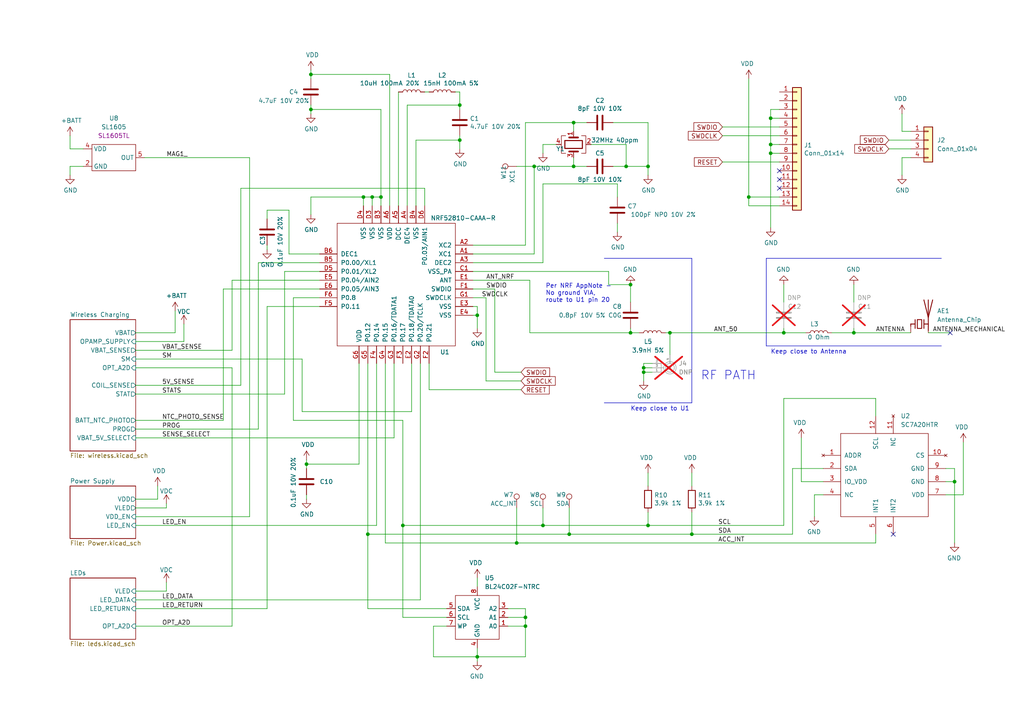
<source format=kicad_sch>
(kicad_sch (version 20250114) (generator "eeschema") (generator_version "9.0")
  (paper "A4")
  (title_block (title "Pixels D8V8 Schematic, Main") (date "2025-10-10") (rev "13") (company "Systemic Games, LLC") (comment 1 "Main MCU, Accelerometer and Radio"))
  (lib_symbols
    (symbol "Connector_Generic:Conn_01x04" (pin_names (offset 1.016) (hide yes))
      (property "Reference" "J" (at 0 5.08 0))
      (property "Value" "Conn_01x04" (at 0 -7.62 0))
      (symbol "Conn_01x04_1_1"
        (rectangle (start -1.27 3.81) (end 1.27 -6.35) (stroke (width 0.254)) (fill (type background)))
        (rectangle (start -1.27 2.667) (end 0 2.413) (stroke (width 0.1524)))
        (rectangle (start -1.27 0.127) (end 0 -0.127) (stroke (width 0.1524)))
        (rectangle (start -1.27 -2.413) (end 0 -2.667) (stroke (width 0.1524)))
        (rectangle (start -1.27 -4.953) (end 0 -5.207) (stroke (width 0.1524)))
        (pin passive line (at -5.08 2.54 0) (length 3.81) (name "Pin_1") (number "1"))
        (pin passive line (at -5.08 0 0) (length 3.81) (name "Pin_2") (number "2"))
        (pin passive line (at -5.08 -2.54 0) (length 3.81) (name "Pin_3") (number "3"))
        (pin passive line (at -5.08 -5.08 0) (length 3.81) (name "Pin_4") (number "4"))
      )
    )
    (symbol "Connector_Generic:Conn_01x14" (pin_names (offset 1.016) (hide yes))
      (property "Reference" "J" (at 0 17.78 0))
      (property "Value" "Conn_01x14" (at 0 -20.32 0))
      (symbol "Conn_01x14_1_1"
        (rectangle (start -1.27 16.51) (end 1.27 -19.05) (stroke (width 0.254)) (fill (type background)))
        (rectangle (start -1.27 15.367) (end 0 15.113) (stroke (width 0.1524)))
        (rectangle (start -1.27 12.827) (end 0 12.573) (stroke (width 0.1524)))
        (rectangle (start -1.27 10.287) (end 0 10.033) (stroke (width 0.1524)))
        (rectangle (start -1.27 7.747) (end 0 7.493) (stroke (width 0.1524)))
        (rectangle (start -1.27 5.207) (end 0 4.953) (stroke (width 0.1524)))
        (rectangle (start -1.27 2.667) (end 0 2.413) (stroke (width 0.1524)))
        (rectangle (start -1.27 0.127) (end 0 -0.127) (stroke (width 0.1524)))
        (rectangle (start -1.27 -2.413) (end 0 -2.667) (stroke (width 0.1524)))
        (rectangle (start -1.27 -4.953) (end 0 -5.207) (stroke (width 0.1524)))
        (rectangle (start -1.27 -7.493) (end 0 -7.747) (stroke (width 0.1524)))
        (rectangle (start -1.27 -10.033) (end 0 -10.287) (stroke (width 0.1524)))
        (rectangle (start -1.27 -12.573) (end 0 -12.827) (stroke (width 0.1524)))
        (rectangle (start -1.27 -15.113) (end 0 -15.367) (stroke (width 0.1524)))
        (rectangle (start -1.27 -17.653) (end 0 -17.907) (stroke (width 0.1524)))
        (pin passive line (at -5.08 15.24 0) (length 3.81) (name "Pin_1") (number "1"))
        (pin passive line (at -5.08 12.7 0) (length 3.81) (name "Pin_2") (number "2"))
        (pin passive line (at -5.08 10.16 0) (length 3.81) (name "Pin_3") (number "3"))
        (pin passive line (at -5.08 7.62 0) (length 3.81) (name "Pin_4") (number "4"))
        (pin passive line (at -5.08 5.08 0) (length 3.81) (name "Pin_5") (number "5"))
        (pin passive line (at -5.08 2.54 0) (length 3.81) (name "Pin_6") (number "6"))
        (pin passive line (at -5.08 0 0) (length 3.81) (name "Pin_7") (number "7"))
        (pin passive line (at -5.08 -2.54 0) (length 3.81) (name "Pin_8") (number "8"))
        (pin passive line (at -5.08 -5.08 0) (length 3.81) (name "Pin_9") (number "9"))
        (pin passive line (at -5.08 -7.62 0) (length 3.81) (name "Pin_10") (number "10"))
        (pin passive line (at -5.08 -10.16 0) (length 3.81) (name "Pin_11") (number "11"))
        (pin passive line (at -5.08 -12.7 0) (length 3.81) (name "Pin_12") (number "12"))
        (pin passive line (at -5.08 -15.24 0) (length 3.81) (name "Pin_13") (number "13"))
        (pin passive line (at -5.08 -17.78 0) (length 3.81) (name "Pin_14") (number "14"))
      )
    )
    (symbol "Device:Antenna_Chip" (pin_numbers (hide yes)) (pin_names (offset 1.016) (hide yes))
      (property "Reference" "AE" (at 0 5.08 0))
      (property "Value" "Antenna_Chip" (at 0 3.175 0))
      (symbol "Antenna_Chip_0_1"
        (polyline (pts (xy -2.54 0) (xy -2.54 -0.635)) (stroke (width 0.254)))
        (polyline (pts (xy -2.54 0) (xy -1.27 0)) (stroke (width 0.254)))
        (polyline (pts (xy -1.27 1.27) (xy -1.27 -1.27) (xy -1.27 0)) (stroke (width 0.254)))
        (polyline (pts (xy -0.635 1.27) (xy 0.635 1.27) (xy 0.635 -1.27) (xy -0.635 -1.27) (xy -0.635 1.27)) (stroke (width 0.254)))
        (polyline (pts (xy 1.27 1.27) (xy 1.27 -1.27)) (stroke (width 0.254)))
        (polyline (pts (xy 1.27 0) (xy 2.54 0)) (stroke (width 0.254)))
        (polyline (pts (xy 2.54 6.985) (xy 2.54 -1.905)) (stroke (width 0.254)))
        (polyline (pts (xy 2.54 -0.635) (xy 2.54 0)))
        (polyline (pts (xy 3.81 6.985) (xy 2.54 1.905) (xy 1.27 6.985)) (stroke (width 0.254)))
      )
      (symbol "Antenna_Chip_1_1"
        (pin input line (at -2.54 -2.54 90) (length 2.54) (name "FEED") (number "1"))
        (pin passive line (at 2.54 -2.54 90) (length 2.54) (name "PCB_Trace") (number "2"))
      )
    )
    (symbol "Device:C" (pin_numbers (hide yes)) (pin_names (offset 0.254))
      (property "Reference" "C" (at 0.635 2.54 0))
      (property "Value" "C" (at 0.635 -2.54 0))
      (symbol "C_0_1"
        (polyline (pts (xy -2.032 0.762) (xy 2.032 0.762)) (stroke (width 0.508)))
        (polyline (pts (xy -2.032 -0.762) (xy 2.032 -0.762)) (stroke (width 0.508)))
      )
      (symbol "C_1_1"
        (pin passive line (at 0 3.81 270) (length 2.794) (name "~") (number "1"))
        (pin passive line (at 0 -3.81 90) (length 2.794) (name "~") (number "2"))
      )
    )
    (symbol "Device:Crystal_GND24" (pin_names (offset 1.016) (hide yes))
      (property "Reference" "Y" (at 3.175 5.08 0))
      (property "Value" "Crystal_GND24" (at 3.175 3.175 0))
      (symbol "Crystal_GND24_0_1"
        (polyline (pts (xy -2.54 2.286) (xy -2.54 3.556) (xy 2.54 3.556) (xy 2.54 2.286)))
        (polyline (pts (xy -2.54 0) (xy -2.032 0)))
        (polyline (pts (xy -2.54 -2.286) (xy -2.54 -3.556) (xy 2.54 -3.556) (xy 2.54 -2.286)))
        (polyline (pts (xy -2.032 -1.27) (xy -2.032 1.27)) (stroke (width 0.508)))
        (rectangle (start -1.143 2.54) (end 1.143 -2.54) (stroke (width 0.3048)))
        (polyline (pts (xy 0 3.556) (xy 0 3.81)))
        (polyline (pts (xy 0 -3.81) (xy 0 -3.556)))
        (polyline (pts (xy 2.032 0) (xy 2.54 0)))
        (polyline (pts (xy 2.032 -1.27) (xy 2.032 1.27)) (stroke (width 0.508)))
      )
      (symbol "Crystal_GND24_1_1"
        (pin passive line (at -3.81 0 0) (length 1.27) (name "1") (number "1"))
        (pin passive line (at 0 5.08 270) (length 1.27) (name "2") (number "2"))
        (pin passive line (at 0 -5.08 90) (length 1.27) (name "4") (number "4"))
        (pin passive line (at 3.81 0 180) (length 1.27) (name "3") (number "3"))
      )
    )
    (symbol "Device:L" (pin_numbers (hide yes)) (pin_names (offset 1.016) (hide yes))
      (property "Reference" "L" (at -1.27 0 90))
      (property "Value" "L" (at 1.905 0 90))
      (symbol "L_0_1"
        (arc (start 0 2.54) (mid 0.6323 1.905) (end 0 1.27))
        (arc (start 0 1.27) (mid 0.6323 0.635) (end 0 0))
        (arc (start 0 0) (mid 0.6323 -0.635) (end 0 -1.27))
        (arc (start 0 -1.27) (mid 0.6323 -1.905) (end 0 -2.54))
      )
      (symbol "L_1_1"
        (pin passive line (at 0 3.81 270) (length 1.27) (name "1") (number "1"))
        (pin passive line (at 0 -3.81 90) (length 1.27) (name "2") (number "2"))
      )
    )
    (symbol "Device:R" (pin_numbers (hide yes)) (pin_names (offset 0))
      (property "Reference" "R" (at 2.032 0 90))
      (property "Value" "R" (at 0 0 90))
      (symbol "R_0_1"
        (rectangle (start -1.016 -2.54) (end 1.016 2.54) (stroke (width 0.254)))
      )
      (symbol "R_1_1"
        (pin passive line (at 0 3.81 270) (length 1.27) (name "~") (number "1"))
        (pin passive line (at 0 -3.81 90) (length 1.27) (name "~") (number "2"))
      )
    )
    (symbol "Pixels-dice:BL24C02F-NTRC"
      (property "Reference" "U" (at 2.286 -11.176 0))
      (property "Value" "BL24C02F-NTRC" (at 9.398 -9.144 0))
      (symbol "BL24C02F-NTRC_0_1"
        (rectangle (start -6.35 6.35) (end 6.35 -6.35))
      )
      (symbol "BL24C02F-NTRC_1_1"
        (pin bidirectional line (at -8.89 2.54 0) (length 2.54) (name "SDA") (number "5"))
        (pin input line (at -8.89 0 0) (length 2.54) (name "SCL") (number "6"))
        (pin input line (at -8.89 -2.54 0) (length 2.54) (name "WP") (number "7"))
        (pin power_in line (at 0 8.89 270) (length 2.54) (name "VCC") (number "8"))
        (pin power_in line (at 0 -8.89 90) (length 2.54) (name "GND") (number "4"))
        (pin input line (at 8.89 2.54 180) (length 2.54) (name "A2") (number "3"))
        (pin input line (at 8.89 0 180) (length 2.54) (name "A1") (number "2"))
        (pin input line (at 8.89 -2.54 180) (length 2.54) (name "A0") (number "1"))
      )
    )
    (symbol "Pixels-dice:NRF52811-CAAA-R" (pin_names (offset 1.016))
      (property "Reference" "U" (at 13.97 -19.05 0))
      (property "Value" "NRF52811-CAAA-R" (at -7.62 11.43 0))
      (symbol "NRF52811-CAAA-R_0_1"
        (rectangle (start -17.78 17.78) (end 16.51 -17.78))
      )
      (symbol "NRF52811-CAAA-R_1_1"
        (pin power_out line (at -22.86 8.89 0) (length 5.08) (name "DEC1") (number "B6"))
        (pin bidirectional line (at -22.86 6.35 0) (length 5.08) (name "P0.00/XL1") (number "B5"))
        (pin bidirectional line (at -22.86 3.81 0) (length 5.08) (name "P0.01/XL2") (number "D5"))
        (pin bidirectional line (at -22.86 1.27 0) (length 5.08) (name "P0.04/AIN2") (number "E5"))
        (pin bidirectional line (at -22.86 -1.27 0) (length 5.08) (name "P0.05/AIN3") (number "E6"))
        (pin bidirectional line (at -22.86 -3.81 0) (length 5.08) (name "P0.8") (number "F6"))
        (pin bidirectional line (at -22.86 -6.35 0) (length 5.08) (name "P0.11") (number "F5"))
        (pin power_in line (at -11.43 -22.86 90) (length 5.08) (name "VDD") (number "G6"))
        (pin power_in line (at -10.16 22.86 270) (length 5.08) (name "VSS") (number "D4"))
        (pin bidirectional line (at -8.89 -22.86 90) (length 5.08) (name "P0.12") (number "G5"))
        (pin power_in line (at -7.62 22.86 270) (length 5.08) (name "VSS") (number "D3"))
        (pin bidirectional line (at -6.35 -22.86 90) (length 5.08) (name "P0.14") (number "F4"))
        (pin power_in line (at -5.08 22.86 270) (length 5.08) (name "VSS") (number "B3"))
        (pin bidirectional line (at -3.81 -22.86 90) (length 5.08) (name "P0.15") (number "G4"))
        (pin power_in line (at -2.54 22.86 270) (length 5.08) (name "VDD") (number "A6"))
        (pin bidirectional line (at -1.27 -22.86 90) (length 5.08) (name "P0.16/TDATA1") (number "G3"))
        (pin output line (at 0 22.86 270) (length 5.08) (name "DCC") (number "A5"))
        (pin bidirectional line (at 1.27 -22.86 90) (length 5.08) (name "P0.17") (number "F3"))
        (pin output line (at 2.54 22.86 270) (length 5.08) (name "DEC4") (number "A4"))
        (pin bidirectional line (at 3.81 -22.86 90) (length 5.08) (name "P0.18/TDATA0") (number "E2"))
        (pin output line (at 5.08 22.86 270) (length 5.08) (name "VSS") (number "B4"))
        (pin bidirectional line (at 6.35 -22.86 90) (length 5.08) (name "P0.20/TCLK") (number "G2"))
        (pin bidirectional line (at 7.62 22.86 270) (length 5.08) (name "P0.03/AIN1") (number "D6"))
        (pin bidirectional line (at 8.89 -22.86 90) (length 5.08) (name "P0.21") (number "F2"))
        (pin input line (at 21.59 11.43 180) (length 5.08) (name "XC2") (number "A2"))
        (pin output line (at 21.59 8.89 180) (length 5.08) (name "XC1") (number "A1"))
        (pin output line (at 21.59 6.35 180) (length 5.08) (name "DEC2") (number "A3"))
        (pin power_in line (at 21.59 3.81 180) (length 5.08) (name "VSS_PA") (number "C1"))
        (pin output line (at 21.59 1.27 180) (length 5.08) (name "ANT") (number "E1"))
        (pin bidirectional line (at 21.59 -1.27 180) (length 5.08) (name "SWDIO") (number "F1"))
        (pin bidirectional line (at 21.59 -3.81 180) (length 5.08) (name "SWDCLK") (number "G1"))
        (pin power_in line (at 21.59 -6.35 180) (length 5.08) (name "VSS") (number "E3"))
        (pin power_in line (at 21.59 -8.89 180) (length 5.08) (name "VSS") (number "E4"))
      )
    )
    (symbol "Pixels-dice:SC7A20HTR" (pin_names (offset 1.016))
      (property "Reference" "U" (at 10.16 -12.7 0))
      (property "Value" "SC7A20HTR" (at 8.89 13.97 0))
      (symbol "SC7A20HTR_0_1"
        (rectangle (start -12.7 12.7) (end 12.7 -11.43))
      )
      (symbol "SC7A20HTR_1_1"
        (pin no_connect line (at -17.78 6.35 0) (length 5.08) (name "ADDR") (number "1"))
        (pin bidirectional line (at -17.78 2.54 0) (length 5.08) (name "SDA") (number "2"))
        (pin power_in line (at -17.78 -1.27 0) (length 5.08) (name "IO_VDD") (number "3"))
        (pin input line (at -17.78 -5.08 0) (length 5.08) (name "NC") (number "4"))
        (pin input line (at -2.54 17.78 270) (length 5.08) (name "SCL") (number "12"))
        (pin output line (at -2.54 -16.51 90) (length 5.08) (name "INT1") (number "5"))
        (pin no_connect line (at 2.54 17.78 270) (length 5.08) (name "NC") (number "11"))
        (pin output line (at 2.54 -16.51 90) (length 5.08) (name "INT2") (number "6"))
        (pin no_connect line (at 17.78 6.35 180) (length 5.08) (name "CS") (number "10"))
        (pin power_in line (at 17.78 2.54 180) (length 5.08) (name "GND") (number "9"))
        (pin power_in line (at 17.78 -1.27 180) (length 5.08) (name "GND") (number "8"))
        (pin power_in line (at 17.78 -5.08 180) (length 5.08) (name "VDD") (number "7"))
      )
    )
    (symbol "Pixels-dice:SL1605"
      (property "Reference" "U" (at 4.064 -5.08 0))
      (property "Value" "SL1605" (at 0 5.588 0))
      (symbol "SL1605_0_1"
        (rectangle (start -6.35 3.81) (end 6.35 -3.81))
      )
      (symbol "SL1605_1_1"
        (pin power_in line (at -8.89 2.54 0) (length 2.54) (name "VDD") (number "4"))
        (pin power_in line (at -8.89 -2.54 0) (length 2.54) (name "GND") (number "2"))
        (pin output line (at 8.89 0 180) (length 2.54) (name "OUT") (number "5"))
      )
    )
    (symbol "Pixels-dice:TEST_1P-conn" (pin_numbers (hide yes)) (pin_names (offset 0.762) (hide yes))
      (property "Reference" "W" (at 0 6.858 0))
      (property "Value" "TEST_1P-conn" (at 0 5.08 0))
      (symbol "TEST_1P-conn_0_1"
        (circle (center 0 3.302) (radius 0.762))
      )
      (symbol "TEST_1P-conn_1_1"
        (pin passive line (at 0 0 90) (length 2.54) (name "1") (number "1"))
      )
    )
    (symbol "Pixels-dice:W.FL"
      (property "Reference" "J" (at 3.81 -1.27 0))
      (property "Value" "W.FL" (at 4.445 1.27 0))
      (symbol "W.FL_0_1"
        (polyline (pts (xy -1.27 -2.54) (xy 1.27 -2.54)))
        (circle (center 0 0) (radius 1.27))
        (circle (center 0 0) (radius 1.7961))
        (polyline (pts (xy 0 -2.54) (xy 0 -1.905)))
      )
      (symbol "W.FL_1_1"
        (pin passive line (at -3.81 0 0) (length 2.54) (name "RF") (number "4"))
        (pin passive line (at -1.27 -5.08 90) (length 2.54) (name "") (number "2"))
        (pin passive line (at 0 -5.08 90) (length 2.54) (name "") (number "3"))
        (pin passive line (at 1.27 -5.08 90) (length 2.54) (name "") (number "1"))
      )
    )
    (symbol "power:+BATT" (power) (pin_names (offset 0))
      (property "Value" "+BATT" (at 0 3.556 0))
      (symbol "+BATT_0_1"
        (polyline (pts (xy -0.762 1.27) (xy 0 2.54)))
        (polyline (pts (xy 0 2.54) (xy 0.762 1.27)))
        (polyline (pts (xy 0 0) (xy 0 2.54)))
      )
      (symbol "+BATT_1_1"
        (pin power_in line (at 0 0 90) (length 0) (hide yes) (name "+BATT") (number "1"))
      )
    )
    (symbol "power:GND" (power) (pin_names (offset 0))
      (property "Value" "GND" (at 0 -3.81 0))
      (symbol "GND_0_1"
        (polyline (pts (xy 0 0) (xy 0 -1.27) (xy 1.27 -1.27) (xy 0 -2.54) (xy -1.27 -1.27) (xy 0 -1.27)))
      )
      (symbol "GND_1_1"
        (pin power_in line (at 0 0 270) (length 0) (hide yes) (name "GND") (number "1"))
      )
    )
    (symbol "power:VDC" (power) (pin_names (offset 0))
      (property "Value" "VDC" (at 0 6.35 0))
      (symbol "VDC_0_1"
        (polyline (pts (xy -0.762 1.27) (xy 0 2.54)))
        (polyline (pts (xy 0 2.54) (xy 0.762 1.27)))
        (polyline (pts (xy 0 0) (xy 0 2.54)))
      )
      (symbol "VDC_1_1"
        (pin power_in line (at 0 0 90) (length 0) (hide yes) (name "VDC") (number "1"))
      )
    )
    (symbol "power:VDD" (power) (pin_names (offset 0))
      (property "Value" "VDD" (at 0 3.81 0))
      (symbol "VDD_0_1"
        (polyline (pts (xy -0.762 1.27) (xy 0 2.54)))
        (polyline (pts (xy 0 2.54) (xy 0.762 1.27)))
        (polyline (pts (xy 0 0) (xy 0 2.54)))
      )
      (symbol "VDD_1_1"
        (pin power_in line (at 0 0 90) (length 0) (hide yes) (name "VDD") (number "1"))
      )
    )
  )
  (text "Per NRF AppNote -\nNo ground VIA,\nroute to U1 pin 20" (at 158.242 87.884 0) (effects (font (size 1.27 1.27)) (justify left bottom)))
  (text "RF PATH" (at 203.2 110.49 0) (effects (font (size 2.54 2.54)) (justify left bottom)))
  (text "Keep close to Antenna" (at 223.52 102.87 0) (effects (font (size 1.27 1.27)) (justify left bottom)))
  (text "Keep close to U1" (at 182.88 119.38 0) (effects (font (size 1.27 1.27)) (justify left bottom)))
  (junction (at 138.43 190.5))
  (junction (at 181.61 48.26))
  (junction (at 138.43 91.44))
  (junction (at 116.84 152.4))
  (junction (at 194.31 96.52))
  (junction (at 187.96 152.4))
  (junction (at 166.37 48.26))
  (junction (at 223.52 41.91))
  (junction (at 149.86 157.48))
  (junction (at 165.1 154.94))
  (junction (at 200.66 154.94))
  (junction (at 182.88 96.52))
  (junction (at 227.33 96.52))
  (junction (at 133.35 30.48))
  (junction (at 152.4 181.61))
  (junction (at 90.17 21.59))
  (junction (at 223.52 34.29))
  (junction (at 133.35 40.64))
  (junction (at 88.9 134.62))
  (junction (at 247.65 96.52))
  (junction (at 187.96 48.26))
  (junction (at 217.17 57.15))
  (junction (at 157.48 152.4))
  (junction (at 90.17 31.75))
  (junction (at 110.49 57.15))
  (junction (at 107.95 57.15))
  (junction (at 106.68 154.94))
  (junction (at 152.4 179.07))
  (junction (at 223.52 44.45))
  (junction (at 186.69 107.95))
  (junction (at 276.86 139.7))
  (junction (at 154.94 48.26))
  (junction (at 166.37 35.56))
  (junction (at 105.41 57.15))
  (junction (at 182.88 82.55))
  (junction (at 186.69 106.68))
  (no_connect (at 275.59 96.52))
  (no_connect (at 226.06 49.53))
  (no_connect (at 259.08 154.94))
  (no_connect (at 226.06 52.07))
  (no_connect (at 226.06 54.61))
  (wire (pts (xy 110.49 31.75) (xy 90.17 31.75)))
  (wire (pts (xy 125.73 190.5) (xy 138.43 190.5)))
  (wire (pts (xy 209.55 46.99) (xy 226.06 46.99)))
  (wire (pts (xy 149.86 147.32) (xy 149.86 157.48)))
  (wire (pts (xy 181.61 41.91) (xy 181.61 48.26)))
  (wire (pts (xy 149.86 48.26) (xy 154.94 48.26)))
  (wire (pts (xy 154.94 73.66) (xy 154.94 48.26)))
  (wire (pts (xy 90.17 20.32) (xy 90.17 21.59)))
  (wire (pts (xy 67.31 106.68) (xy 67.31 181.61)))
  (wire (pts (xy 48.26 146.05) (xy 48.26 147.32)))
  (wire (pts (xy 152.4 181.61) (xy 152.4 190.5)))
  (wire (pts (xy 67.31 181.61) (xy 39.37 181.61)))
  (wire (pts (xy 177.8 48.26) (xy 181.61 48.26)))
  (wire (pts (xy 140.97 110.49) (xy 151.13 110.49)))
  (wire (pts (xy 39.37 104.14) (xy 87.63 104.14)))
  (wire (pts (xy 223.52 31.75) (xy 223.52 34.29)))
  (polyline (pts (xy 222.25 74.93) (xy 222.25 100.33)))
  (wire (pts (xy 137.16 71.12) (xy 152.4 71.12)))
  (wire (pts (xy 111.76 157.48) (xy 111.76 105.41)))
  (wire (pts (xy 187.96 35.56) (xy 187.96 48.26)))
  (wire (pts (xy 39.37 173.99) (xy 121.92 173.99)))
  (wire (pts (xy 120.65 40.64) (xy 133.35 40.64)))
  (wire (pts (xy 166.37 35.56) (xy 170.18 35.56)))
  (wire (pts (xy 217.17 57.15) (xy 217.17 59.69)))
  (wire (pts (xy 189.23 106.68) (xy 186.69 106.68)))
  (wire (pts (xy 87.63 119.38) (xy 119.38 119.38)))
  (wire (pts (xy 226.06 57.15) (xy 217.17 57.15)))
  (wire (pts (xy 90.17 57.15) (xy 105.41 57.15)))
  (wire (pts (xy 39.37 114.3) (xy 82.55 114.3)))
  (polyline (pts (xy 222.25 100.33) (xy 273.05 100.33)))
  (wire (pts (xy 137.16 81.28) (xy 153.67 81.28)))
  (wire (pts (xy 39.37 147.32) (xy 48.26 147.32)))
  (wire (pts (xy 152.4 179.07) (xy 152.4 181.61)))
  (wire (pts (xy 116.84 152.4) (xy 116.84 179.07)))
  (wire (pts (xy 186.69 105.41) (xy 186.69 106.68)))
  (wire (pts (xy 226.06 44.45) (xy 223.52 44.45)))
  (wire (pts (xy 133.35 39.37) (xy 133.35 40.64)))
  (wire (pts (xy 39.37 111.76) (xy 69.85 111.76)))
  (wire (pts (xy 39.37 171.45) (xy 48.26 171.45)))
  (wire (pts (xy 88.9 134.62) (xy 88.9 135.89)))
  (wire (pts (xy 182.88 95.25) (xy 182.88 96.52)))
  (wire (pts (xy 137.16 78.74) (xy 176.53 78.74)))
  (wire (pts (xy 88.9 134.62) (xy 104.14 134.62)))
  (wire (pts (xy 149.86 157.48) (xy 254 157.48)))
  (wire (pts (xy 124.46 113.03) (xy 151.13 113.03)))
  (wire (pts (xy 39.37 127) (xy 114.3 127)))
  (wire (pts (xy 39.37 149.86) (xy 72.39 149.86)))
  (wire (pts (xy 152.4 71.12) (xy 152.4 35.56)))
  (wire (pts (xy 53.34 93.98) (xy 53.34 99.06)))
  (wire (pts (xy 82.55 114.3) (xy 82.55 78.74)))
  (wire (pts (xy 137.16 83.82) (xy 143.51 83.82)))
  (wire (pts (xy 226.06 34.29) (xy 223.52 34.29)))
  (wire (pts (xy 133.35 40.64) (xy 133.35 43.18)))
  (wire (pts (xy 105.41 57.15) (xy 107.95 57.15)))
  (wire (pts (xy 153.67 96.52) (xy 182.88 96.52)))
  (wire (pts (xy 39.37 106.68) (xy 67.31 106.68)))
  (wire (pts (xy 254 115.57) (xy 227.33 115.57)))
  (wire (pts (xy 138.43 88.9) (xy 138.43 91.44)))
  (wire (pts (xy 88.9 134.62) (xy 88.9 133.35)))
  (wire (pts (xy 189.23 107.95) (xy 186.69 107.95)))
  (wire (pts (xy 143.51 107.95) (xy 151.13 107.95)))
  (wire (pts (xy 254 120.65) (xy 254 115.57)))
  (wire (pts (xy 147.32 176.53) (xy 152.4 176.53)))
  (wire (pts (xy 161.29 41.91) (xy 157.48 41.91)))
  (wire (pts (xy 257.81 43.18) (xy 264.16 43.18)))
  (wire (pts (xy 176.53 82.55) (xy 182.88 82.55)))
  (wire (pts (xy 90.17 21.59) (xy 90.17 22.86)))
  (wire (pts (xy 41.91 45.72) (xy 72.39 45.72)))
  (wire (pts (xy 236.22 143.51) (xy 236.22 149.86)))
  (wire (pts (xy 133.35 30.48) (xy 133.35 31.75)))
  (wire (pts (xy 138.43 91.44) (xy 138.43 95.25)))
  (wire (pts (xy 45.72 144.78) (xy 45.72 140.97)))
  (wire (pts (xy 186.69 106.68) (xy 186.69 107.95)))
  (wire (pts (xy 274.32 139.7) (xy 276.86 139.7)))
  (wire (pts (xy 194.31 96.52) (xy 194.31 102.87)))
  (wire (pts (xy 209.55 39.37) (xy 226.06 39.37)))
  (wire (pts (xy 152.4 190.5) (xy 138.43 190.5)))
  (wire (pts (xy 125.73 181.61) (xy 125.73 190.5)))
  (wire (pts (xy 74.93 124.46) (xy 74.93 76.2)))
  (wire (pts (xy 132.08 26.67) (xy 133.35 26.67)))
  (wire (pts (xy 133.35 30.48) (xy 118.11 30.48)))
  (wire (pts (xy 165.1 154.94) (xy 200.66 154.94)))
  (wire (pts (xy 67.31 101.6) (xy 67.31 81.28)))
  (wire (pts (xy 114.3 127) (xy 114.3 105.41)))
  (wire (pts (xy 193.04 96.52) (xy 194.31 96.52)))
  (wire (pts (xy 177.8 35.56) (xy 187.96 35.56)))
  (wire (pts (xy 200.66 148.59) (xy 200.66 154.94)))
  (wire (pts (xy 69.85 54.61) (xy 123.19 54.61)))
  (wire (pts (xy 20.32 39.37) (xy 20.32 43.18)))
  (wire (pts (xy 39.37 124.46) (xy 74.93 124.46)))
  (wire (pts (xy 137.16 91.44) (xy 138.43 91.44)))
  (polyline (pts (xy 175.26 116.84) (xy 200.66 116.84)))
  (wire (pts (xy 137.16 76.2) (xy 157.48 76.2)))
  (wire (pts (xy 111.76 157.48) (xy 149.86 157.48)))
  (wire (pts (xy 82.55 78.74) (xy 92.71 78.74)))
  (wire (pts (xy 152.4 176.53) (xy 152.4 179.07)))
  (wire (pts (xy 279.4 143.51) (xy 274.32 143.51)))
  (wire (pts (xy 154.94 48.26) (xy 166.37 48.26)))
  (wire (pts (xy 107.95 57.15) (xy 110.49 57.15)))
  (wire (pts (xy 247.65 82.55) (xy 247.65 87.63)))
  (wire (pts (xy 39.37 99.06) (xy 53.34 99.06)))
  (wire (pts (xy 116.84 121.92) (xy 116.84 152.4)))
  (wire (pts (xy 90.17 57.15) (xy 90.17 62.23)))
  (wire (pts (xy 187.96 148.59) (xy 187.96 152.4)))
  (wire (pts (xy 147.32 181.61) (xy 152.4 181.61)))
  (wire (pts (xy 209.55 36.83) (xy 226.06 36.83)))
  (wire (pts (xy 227.33 96.52) (xy 233.68 96.52)))
  (wire (pts (xy 72.39 149.86) (xy 72.39 45.72)))
  (wire (pts (xy 194.31 96.52) (xy 227.33 96.52)))
  (wire (pts (xy 238.76 135.89) (xy 229.87 135.89)))
  (wire (pts (xy 254 154.94) (xy 254 157.48)))
  (wire (pts (xy 107.95 57.15) (xy 107.95 59.69)))
  (wire (pts (xy 138.43 167.64) (xy 138.43 170.18)))
  (polyline (pts (xy 200.66 74.93) (xy 200.66 116.84)))
  (wire (pts (xy 110.49 59.69) (xy 110.49 57.15)))
  (wire (pts (xy 166.37 48.26) (xy 170.18 48.26)))
  (wire (pts (xy 123.19 54.61) (xy 123.19 59.69)))
  (wire (pts (xy 24.13 48.26) (xy 20.32 48.26)))
  (wire (pts (xy 179.07 53.34) (xy 179.07 57.15)))
  (wire (pts (xy 176.53 78.74) (xy 176.53 82.55)))
  (wire (pts (xy 261.62 33.02) (xy 261.62 38.1)))
  (wire (pts (xy 109.22 152.4) (xy 109.22 105.41)))
  (wire (pts (xy 88.9 143.51) (xy 88.9 144.78)))
  (wire (pts (xy 90.17 31.75) (xy 90.17 33.02)))
  (wire (pts (xy 85.09 121.92) (xy 116.84 121.92)))
  (wire (pts (xy 200.66 137.16) (xy 200.66 140.97)))
  (wire (pts (xy 157.48 152.4) (xy 187.96 152.4)))
  (wire (pts (xy 138.43 190.5) (xy 138.43 191.77)))
  (wire (pts (xy 137.16 73.66) (xy 154.94 73.66)))
  (wire (pts (xy 152.4 35.56) (xy 166.37 35.56)))
  (wire (pts (xy 106.68 154.94) (xy 106.68 105.41)))
  (wire (pts (xy 85.09 86.36) (xy 92.71 86.36)))
  (wire (pts (xy 39.37 144.78) (xy 45.72 144.78)))
  (wire (pts (xy 20.32 48.26) (xy 20.32 50.8)))
  (wire (pts (xy 120.65 59.69) (xy 120.65 40.64)))
  (wire (pts (xy 186.69 107.95) (xy 186.69 110.49)))
  (wire (pts (xy 39.37 121.92) (xy 64.77 121.92)))
  (wire (pts (xy 133.35 26.67) (xy 133.35 30.48)))
  (wire (pts (xy 200.66 154.94) (xy 229.87 154.94)))
  (wire (pts (xy 64.77 83.82) (xy 92.71 83.82)))
  (wire (pts (xy 241.3 96.52) (xy 247.65 96.52)))
  (wire (pts (xy 238.76 143.51) (xy 236.22 143.51)))
  (wire (pts (xy 217.17 22.86) (xy 217.17 57.15)))
  (wire (pts (xy 238.76 139.7) (xy 232.41 139.7)))
  (wire (pts (xy 85.09 86.36) (xy 85.09 121.92)))
  (wire (pts (xy 121.92 105.41) (xy 121.92 173.99)))
  (wire (pts (xy 276.86 139.7) (xy 276.86 157.48)))
  (wire (pts (xy 92.71 73.66) (xy 83.82 73.66)))
  (wire (pts (xy 227.33 82.55) (xy 227.33 87.63)))
  (wire (pts (xy 119.38 119.38) (xy 119.38 105.41)))
  (wire (pts (xy 232.41 127) (xy 232.41 139.7)))
  (wire (pts (xy 113.03 21.59) (xy 90.17 21.59)))
  (wire (pts (xy 261.62 38.1) (xy 264.16 38.1)))
  (wire (pts (xy 140.97 86.36) (xy 140.97 110.49)))
  (wire (pts (xy 110.49 31.75) (xy 110.49 57.15)))
  (wire (pts (xy 223.52 44.45) (xy 223.52 66.04)))
  (wire (pts (xy 171.45 41.91) (xy 181.61 41.91)))
  (polyline (pts (xy 175.26 74.93) (xy 200.66 74.93)))
  (wire (pts (xy 229.87 135.89) (xy 229.87 154.94)))
  (wire (pts (xy 276.86 135.89) (xy 276.86 139.7)))
  (wire (pts (xy 106.68 154.94) (xy 106.68 176.53)))
  (wire (pts (xy 226.06 41.91) (xy 223.52 41.91)))
  (wire (pts (xy 124.46 113.03) (xy 124.46 105.41)))
  (wire (pts (xy 105.41 57.15) (xy 105.41 59.69)))
  (wire (pts (xy 153.67 81.28) (xy 153.67 96.52)))
  (polyline (pts (xy 222.25 74.93) (xy 273.05 74.93)))
  (wire (pts (xy 137.16 86.36) (xy 140.97 86.36)))
  (wire (pts (xy 165.1 147.32) (xy 165.1 154.94)))
  (wire (pts (xy 274.32 135.89) (xy 276.86 135.89)))
  (wire (pts (xy 77.47 71.12) (xy 77.47 72.39)))
  (wire (pts (xy 106.68 176.53) (xy 129.54 176.53)))
  (wire (pts (xy 115.57 26.67) (xy 115.57 59.69)))
  (wire (pts (xy 223.52 41.91) (xy 223.52 44.45)))
  (wire (pts (xy 138.43 187.96) (xy 138.43 190.5)))
  (wire (pts (xy 157.48 147.32) (xy 157.48 152.4)))
  (wire (pts (xy 83.82 60.96) (xy 77.47 60.96)))
  (wire (pts (xy 39.37 176.53) (xy 77.47 176.53)))
  (wire (pts (xy 116.84 152.4) (xy 157.48 152.4)))
  (wire (pts (xy 187.96 137.16) (xy 187.96 140.97)))
  (wire (pts (xy 261.62 45.72) (xy 261.62 50.8)))
  (wire (pts (xy 64.77 83.82) (xy 64.77 121.92)))
  (wire (pts (xy 143.51 83.82) (xy 143.51 107.95)))
  (wire (pts (xy 87.63 119.38) (xy 87.63 104.14)))
  (wire (pts (xy 129.54 179.07) (xy 116.84 179.07)))
  (wire (pts (xy 90.17 30.48) (xy 90.17 31.75)))
  (wire (pts (xy 279.4 128.27) (xy 279.4 143.51)))
  (wire (pts (xy 157.48 53.34) (xy 157.48 76.2)))
  (wire (pts (xy 20.32 43.18) (xy 24.13 43.18)))
  (wire (pts (xy 118.11 30.48) (xy 118.11 59.69)))
  (wire (pts (xy 181.61 48.26) (xy 187.96 48.26)))
  (wire (pts (xy 247.65 96.52) (xy 264.16 96.52)))
  (wire (pts (xy 147.32 179.07) (xy 152.4 179.07)))
  (wire (pts (xy 39.37 152.4) (xy 109.22 152.4)))
  (wire (pts (xy 223.52 31.75) (xy 226.06 31.75)))
  (wire (pts (xy 137.16 88.9) (xy 138.43 88.9)))
  (wire (pts (xy 67.31 81.28) (xy 92.71 81.28)))
  (wire (pts (xy 39.37 96.52) (xy 50.8 96.52)))
  (wire (pts (xy 187.96 152.4) (xy 227.33 152.4)))
  (wire (pts (xy 179.07 64.77) (xy 179.07 67.31)))
  (wire (pts (xy 223.52 34.29) (xy 223.52 41.91)))
  (wire (pts (xy 157.48 41.91) (xy 157.48 44.45)))
  (wire (pts (xy 182.88 82.55) (xy 182.88 87.63)))
  (wire (pts (xy 123.19 26.67) (xy 124.46 26.67)))
  (wire (pts (xy 261.62 45.72) (xy 264.16 45.72)))
  (wire (pts (xy 187.96 48.26) (xy 187.96 50.8)))
  (wire (pts (xy 166.37 45.72) (xy 166.37 48.26)))
  (wire (pts (xy 166.37 38.1) (xy 166.37 35.56)))
  (wire (pts (xy 77.47 88.9) (xy 77.47 176.53)))
  (wire (pts (xy 179.07 53.34) (xy 157.48 53.34)))
  (wire (pts (xy 247.65 95.25) (xy 247.65 96.52)))
  (wire (pts (xy 269.24 96.52) (xy 275.59 96.52)))
  (wire (pts (xy 83.82 60.96) (xy 83.82 73.66)))
  (wire (pts (xy 182.88 96.52) (xy 185.42 96.52)))
  (wire (pts (xy 77.47 60.96) (xy 77.47 63.5)))
  (wire (pts (xy 48.26 168.91) (xy 48.26 171.45)))
  (wire (pts (xy 113.03 21.59) (xy 113.03 59.69)))
  (wire (pts (xy 129.54 181.61) (xy 125.73 181.61)))
  (wire (pts (xy 227.33 115.57) (xy 227.33 152.4)))
  (wire (pts (xy 189.23 105.41) (xy 186.69 105.41)))
  (wire (pts (xy 106.68 154.94) (xy 165.1 154.94)))
  (wire (pts (xy 217.17 59.69) (xy 226.06 59.69)))
  (wire (pts (xy 92.71 88.9) (xy 77.47 88.9)))
  (wire (pts (xy 69.85 54.61) (xy 69.85 111.76)))
  (wire (pts (xy 104.14 105.41) (xy 104.14 134.62)))
  (wire (pts (xy 50.8 90.17) (xy 50.8 96.52)))
  (wire (pts (xy 257.81 40.64) (xy 264.16 40.64)))
  (wire (pts (xy 74.93 76.2) (xy 92.71 76.2)))
  (wire (pts (xy 227.33 95.25) (xy 227.33 96.52)))
  (wire (pts (xy 39.37 101.6) (xy 67.31 101.6)))
  (label "ANTENNA_MECHANICAL" (at 270.51 96.52 0))
  (label "PROG" (at 46.99 124.46 0))
  (label "ACC_INT" (at 208.28 157.48 0))
  (label "ANT_50" (at 207.01 96.52 0))
  (label "SWDCLK" (at 139.7 86.36 0))
  (label "VBAT_SENSE" (at 46.99 101.6 0))
  (label "SENSE_SELECT" (at 46.99 127 0))
  (label "5V_SENSE" (at 46.99 111.76 0))
  (label "NTC_PHOTO_SENSE" (at 46.99 121.92 0))
  (label "ANT_NRF" (at 140.97 81.28 0))
  (label "SDA" (at 208.28 154.94 0))
  (label "SM" (at 46.99 104.14 0))
  (label "LED_EN" (at 46.99 152.4 0))
  (label "ANTENNA" (at 254 96.52 0))
  (label "SWDIO" (at 140.97 83.82 0))
  (label "MAG1_" (at 48.26 45.72 0))
  (label "LED_RETURN" (at 46.99 176.53 0))
  (label "LED_DATA" (at 46.99 173.99 0))
  (label "SCL" (at 208.28 152.4 0))
  (label "OPT_A2D" (at 46.99 181.61 0))
  (label "STATS" (at 46.99 114.3 0))
  (global_label "SWDCLK" (shape input) (at 257.81 43.18 180) (property "Intersheetrefs" "${INTERSHEET_REFS}" (effects (hide yes))))
  (global_label "SWDIO" (shape input) (at 151.13 107.95 0) (property "Intersheetrefs" "${INTERSHEET_REFS}" (effects (hide yes))))
  (global_label "SWDCLK" (shape input) (at 209.55 39.37 180) (property "Intersheetrefs" "${INTERSHEET_REFS}" (effects (hide yes))))
  (global_label "RESET" (shape input) (at 209.55 46.99 180) (property "Intersheetrefs" "${INTERSHEET_REFS}" (effects (hide yes))))
  (global_label "SWDCLK" (shape input) (at 151.13 110.49 0) (property "Intersheetrefs" "${INTERSHEET_REFS}" (effects (hide yes))))
  (global_label "RESET" (shape input) (at 151.13 113.03 0) (property "Intersheetrefs" "${INTERSHEET_REFS}" (effects (hide yes))))
  (global_label "SWDIO" (shape input) (at 209.55 36.83 180) (property "Intersheetrefs" "${INTERSHEET_REFS}" (effects (hide yes))))
  (global_label "SWDIO" (shape input) (at 257.81 40.64 180) (property "Intersheetrefs" "${INTERSHEET_REFS}" (effects (hide yes))))
  (symbol (lib_id "power:GND") (at 88.9 144.78 0) (unit 1)
    (property "Reference" "#PWR016" (effects (hide yes)))
    (property "Value" "GND" (at 89.027 149.1742 0))
  )
  (symbol (lib_id "power:VDD") (at 88.9 133.35 0) (unit 1)
    (property "Reference" "#PWR014" (effects (hide yes)))
    (property "Value" "VDD" (at 89.3318 128.9558 0))
  )
  (symbol (lib_id "Device:C") (at 88.9 139.7 0) (unit 1)
    (property "Reference" "C10" (at 92.71 139.7 0) (effects (justify left)))
    (property "Value" "0.1uF 10V 20%" (at 85.09 147.32 90) (effects (justify left)))
    (property "Footprint" "Capacitor_SMD:C_0201_0603Metric" (effects (hide yes)))
    (property "Generic OK" "YES" (effects (hide yes)))
    (property "Manufacturer" "HRE" (effects (hide yes)))
    (property "Part Number" "CGA0201X5R104K100ET" (effects (hide yes)))
    (property "LCSC Part #" "C6119757" (effects (hide yes)))
  )
  (symbol (lib_id "power:GND") (at 90.17 33.02 0) (unit 1)
    (property "Reference" "#PWR08" (effects (hide yes)))
    (property "Value" "GND" (at 90.297 37.4142 0))
  )
  (symbol (lib_id "power:VDD") (at 90.17 20.32 0) (unit 1)
    (property "Reference" "#PWR01" (effects (hide yes)))
    (property "Value" "VDD" (at 90.6018 15.9258 0))
  )
  (symbol (lib_id "Device:C") (at 90.17 26.67 0) (unit 1)
    (property "Reference" "C4" (at 83.82 26.67 0) (effects (justify left)))
    (property "Value" "4.7uF 10V 20%" (at 74.93 29.21 0) (effects (justify left)))
    (property "Footprint" "Pixels-dice:C_0402_1005Metric" (effects (hide yes)))
    (property "Generic OK" "YES" (effects (hide yes)))
    (property "Manufacturer" "Murata" (effects (hide yes)))
    (property "Part Number" "GRM155R61A475MEAAJ" (effects (hide yes)))
    (property "Alternate Manufacturer" "Samsung Electro-Mechanics" (effects (hide yes)))
    (property "Alternate PN" "CL05A475MP5NRNC" (effects (hide yes)))
    (property "Alternate LCSC Part #" "C23733" (effects (hide yes)))
    (property "LCSC Part #" "C1849652" (effects (hide yes)))
  )
  (symbol (lib_id "power:GND") (at 77.47 72.39 0) (unit 1)
    (property "Reference" "#PWR05" (effects (hide yes)))
    (property "Value" "GND" (at 77.597 76.7842 0))
  )
  (symbol (lib_id "Device:C") (at 77.47 67.31 0) (unit 1)
    (property "Reference" "C3" (at 76.2 71.12 90) (effects (justify left)))
    (property "Value" "0.1uF 10V 20%" (at 81.28 77.47 90) (effects (justify left)))
    (property "Footprint" "Capacitor_SMD:C_0201_0603Metric" (effects (hide yes)))
    (property "Generic OK" "YES" (effects (hide yes)))
    (property "Manufacturer" "HRE" (effects (hide yes)))
    (property "Part Number" "CGA0201X5R104K100ET" (effects (hide yes)))
    (property "LCSC Part #" "C6119757" (effects (hide yes)))
  )
  (symbol (lib_id "Device:L") (at 119.38 26.67 90) (unit 1)
    (property "Reference" "L1" (at 119.38 21.844 90))
    (property "Value" "10uH 100mA 20%" (at 113.03 24.13 90))
    (property "Footprint" "Pixels-dice:C_1.2x1.8" (effects (hide yes)))
    (property "Generic OK" "YES" (effects (hide yes)))
    (property "Manufacturer" "Sunltech Tech" (effects (hide yes)))
    (property "Part Number" "SLC1608F100KTT" (effects (hide yes)))
    (property "LCSC Part #" "C411908" (effects (hide yes)))
  )
  (symbol (lib_id "Device:L") (at 128.27 26.67 90) (unit 1)
    (property "Reference" "L2" (at 128.27 21.844 90))
    (property "Value" "15nH 100mA 5%" (at 130.81 24.13 90))
    (property "Footprint" "Inductor_SMD:L_0402_1005Metric" (effects (hide yes)))
    (property "Generic OK" "YES" (effects (hide yes)))
    (property "Manufacturer" "FH" (effects (hide yes)))
    (property "Part Number" "VHF100505H15NKT" (effects (hide yes)))
    (property "LCSC Part #" "C381880" (effects (hide yes)))
  )
  (symbol (lib_id "Device:C") (at 133.35 35.56 0) (unit 1)
    (property "Reference" "C1" (at 136.271 34.3916 0) (effects (justify left)))
    (property "Value" "4.7uF 10V 20%" (at 136.271 36.703 0) (effects (justify left)))
    (property "Footprint" "Pixels-dice:C_0402_1005Metric" (effects (hide yes)))
    (property "Generic OK" "YES" (effects (hide yes)))
    (property "Manufacturer" "Murata" (effects (hide yes)))
    (property "Part Number" "GRM155R61A475MEAAJ" (effects (hide yes)))
    (property "Alternate Manufacturer" "Samsung Electro-Mechanics" (effects (hide yes)))
    (property "Alternate PN" "CL05A475MP5NRNC" (effects (hide yes)))
    (property "Alternate LCSC Part #" "C23733" (effects (hide yes)))
    (property "LCSC Part #" "C1849652" (effects (hide yes)))
  )
  (symbol (lib_id "power:GND") (at 133.35 43.18 0) (unit 1)
    (property "Reference" "#PWR03" (effects (hide yes)))
    (property "Value" "GND" (at 133.477 47.5742 0))
  )
  (symbol (lib_id "Device:Crystal_GND24") (at 166.37 41.91 270) (unit 1)
    (property "Reference" "Y1" (at 161.29 43.18 90) (effects (justify left)))
    (property "Value" "32MHz 40ppm" (at 171.45 40.64 90) (effects (justify left)))
    (property "Footprint" "Pixels-dice:SX16Y032000B81T001" (effects (hide yes)))
    (property "Generic OK" "YES" (effects (hide yes)))
    (property "Manufacturer" "TKD" (effects (hide yes)))
    (property "Part Number" "SX16Y032000B81T001" (effects (hide yes)))
    (property "Alternate Manufacturer" "TXC Corp" (effects (hide yes)))
    (property "Alternate PN" "8Q32000002" (effects (hide yes)))
    (property "Alternate LCSC Part #" "C5203640" (effects (hide yes)))
    (property "LCSC Part #" "C20623629" (effects (hide yes)))
  )
  (symbol (lib_id "Device:C") (at 173.99 35.56 270) (unit 1)
    (property "Reference" "C2" (at 173.99 29.1592 90))
    (property "Value" "8pF 10V 10%" (at 173.99 31.4706 90))
    (property "Footprint" "Capacitor_SMD:C_0201_0603Metric" (effects (hide yes)))
    (property "Generic OK" "YES" (effects (hide yes)))
    (property "Manufacturer" "FH (Guangdong Fenghua Advanced Tech)" (effects (hide yes)))
    (property "Part Number" "0201CG8R0C500NT" (effects (hide yes)))
    (property "LCSC Part #" "C501818" (effects (hide yes)))
  )
  (symbol (lib_id "Device:C") (at 173.99 48.26 270) (unit 1)
    (property "Reference" "C5" (at 173.99 44.45 90))
    (property "Value" "8pF 10V 10%" (at 173.99 52.07 90))
    (property "Footprint" "Capacitor_SMD:C_0201_0603Metric" (effects (hide yes)))
    (property "Generic OK" "YES" (effects (hide yes)))
    (property "Manufacturer" "FH (Guangdong Fenghua Advanced Tech)" (effects (hide yes)))
    (property "Part Number" "0201CG8R0C500NT" (effects (hide yes)))
    (property "LCSC Part #" "C501818" (effects (hide yes)))
  )
  (symbol (lib_id "power:GND") (at 187.96 50.8 0) (unit 1)
    (property "Reference" "#PWR09" (effects (hide yes)))
    (property "Value" "GND" (at 188.087 55.1942 0))
  )
  (symbol (lib_id "power:GND") (at 179.07 67.31 0) (unit 1)
    (property "Reference" "#PWR011" (effects (hide yes)))
    (property "Value" "GND" (at 179.197 71.7042 0))
  )
  (symbol (lib_id "Device:C") (at 179.07 60.96 0) (unit 1)
    (property "Reference" "C7" (at 181.991 59.7916 0) (effects (justify left)))
    (property "Value" "100pF NP0 10V 2%" (at 182.88 62.23 0) (effects (justify left)))
    (property "Footprint" "Capacitor_SMD:C_0201_0603Metric" (effects (hide yes)))
    (property "Generic OK" "YES" (effects (hide yes)))
    (property "Manufacturer" "HRE" (effects (hide yes)))
    (property "Part Number" "CGA0201C0G101J500ET" (effects (hide yes)))
    (property "Alternate Manufacturer" "EYANG(Shenzhen Eyang Tech Development)" (effects (hide yes)))
    (property "Alternate PN" "C0201C0G101J500NTA" (effects (hide yes)))
    (property "Alternate LCSC Part #" "C115540" (effects (hide yes)))
    (property "LCSC Part #" "C20069263" (effects (hide yes)))
  )
  (symbol (lib_id "power:GND") (at 182.88 82.55 180) (unit 1)
    (property "Reference" "#PWR012" (effects (hide yes)))
    (property "Value" "GND" (at 182.753 78.1558 0))
  )
  (symbol (lib_id "power:GND") (at 157.48 44.45 0) (unit 1)
    (property "Reference" "#PWR06" (effects (hide yes)))
    (property "Value" "GND" (at 157.607 48.8442 0))
  )
  (symbol (lib_id "power:VDD") (at 45.72 140.97 0) (unit 1)
    (property "Reference" "#PWR021" (effects (hide yes)))
    (property "Value" "VDD" (at 46.1518 136.5758 0))
  )
  (symbol (lib_id "Pixels-dice:TEST_1P-conn") (at 149.86 147.32 0) (unit 1) (in_bom no)
    (property "Reference" "W7" (at 146.05 143.51 0) (effects (justify left)))
    (property "Value" "ACC_INT" (at 142.24 146.05 0) (effects (justify left)))
    (property "Footprint" "Pixels-dice:TEST_PIN" (effects (hide yes)))
    (property "Generic OK" "N/A" (effects (hide yes)))
  )
  (symbol (lib_id "Pixels-dice:TEST_1P-conn") (at 157.48 147.32 0) (unit 1) (in_bom no)
    (property "Reference" "W8" (at 153.67 143.51 0) (effects (justify left)))
    (property "Value" "SCL" (at 153.67 146.05 0) (effects (justify left)))
    (property "Footprint" "Pixels-dice:TEST_PIN" (effects (hide yes)))
    (property "Generic OK" "N/A" (effects (hide yes)))
  )
  (symbol (lib_id "Pixels-dice:TEST_1P-conn") (at 165.1 147.32 0) (unit 1) (in_bom no)
    (property "Reference" "W9" (at 161.29 143.51 0) (effects (justify left)))
    (property "Value" "SDA" (at 161.29 146.05 0) (effects (justify left)))
    (property "Footprint" "Pixels-dice:TEST_PIN" (effects (hide yes)))
    (property "Generic OK" "N/A" (effects (hide yes)))
  )
  (symbol (lib_id "power:GND") (at 261.62 50.8 0) (unit 1)
    (property "Reference" "#PWR024" (effects (hide yes)))
    (property "Value" "GND" (at 261.747 55.1942 0))
  )
  (symbol (lib_id "power:GND") (at 227.33 82.55 180) (unit 1)
    (property "Reference" "#PWR049" (effects (hide yes)))
    (property "Value" "GND" (at 227.203 78.1558 0))
  )
  (symbol (lib_id "power:VDD") (at 232.41 127 0) (mirror y) (unit 1)
    (property "Reference" "#PWR044" (effects (hide yes)))
    (property "Value" "VDD" (at 231.9782 122.6058 0))
  )
  (symbol (lib_id "power:VDC") (at 48.26 168.91 0) (unit 1)
    (property "Reference" "#PWR043" (effects (hide yes)))
    (property "Value" "VDC" (at 48.26 165.3055 0))
  )
  (symbol (lib_id "power:GND") (at 186.69 110.49 0) (unit 1)
    (property "Reference" "#PWR053" (effects (hide yes)))
    (property "Value" "GND" (at 186.817 114.8842 0))
  )
  (symbol (lib_id "Device:C") (at 182.88 91.44 180) (unit 1)
    (property "Reference" "C8" (at 180.34 88.9 0) (effects (justify left)))
    (property "Value" "0.8pF 10V 5% C0G" (at 180.34 91.44 0) (effects (justify left)))
    (property "Footprint" "Pixels-dice:0402_RF" (effects (hide yes)))
    (property "Generic OK" "YES" (effects (hide yes)))
    (property "Pixels Part Number" "SMD-C004" (effects (hide yes)))
    (property "Manufacturer" "Murata" (effects (hide yes)))
    (property "Manufacturer Part Number" "GJM1555C1HR80BB01" (effects (hide yes)))
  )
  (symbol (lib_id "power:VDD") (at 187.96 137.16 0) (mirror y) (unit 1)
    (property "Reference" "#PWR034" (effects (hide yes)))
    (property "Value" "VDD" (at 187.5282 132.7658 0))
  )
  (symbol (lib_id "power:VDD") (at 138.43 167.64 0) (mirror y) (unit 1)
    (property "Reference" "#PWR042" (effects (hide yes)))
    (property "Value" "VDD" (at 137.9982 163.2458 0))
  )
  (symbol (lib_id "Device:R") (at 200.66 144.78 0) (unit 1)
    (property "Reference" "R11" (at 202.438 143.6116 0) (effects (justify left)))
    (property "Value" "3.9k 1%" (at 202.438 145.923 0) (effects (justify left)))
    (property "Footprint" "Resistor_SMD:R_0201_0603Metric" (effects (hide yes)))
    (property "Generic OK" "YES" (effects (hide yes)))
    (property "Manufacturer" "UNI-ROYAL(Uniroyal Elec)" (effects (hide yes)))
    (property "Part Number" "0201WMF3651TEE" (effects (hide yes)))
    (property "Alternate Manufacturer" "UNI-ROYAL(Uniroyal Elec)" (effects (hide yes)))
    (property "LCSC Part #" "C516477" (effects (hide yes)))
  )
  (symbol (lib_id "power:GND") (at 20.32 50.8 0) (unit 1)
    (property "Reference" "#PWR045" (effects (hide yes)))
    (property "Value" "GND" (at 20.447 55.1942 0))
  )
  (symbol (lib_id "power:VDC") (at 48.26 146.05 0) (unit 1)
    (property "Reference" "#PWR019" (effects (hide yes)))
    (property "Value" "VDC" (at 48.26 142.4455 0))
  )
  (symbol (lib_id "power:VDD") (at 200.66 137.16 0) (mirror y) (unit 1)
    (property "Reference" "#PWR036" (effects (hide yes)))
    (property "Value" "VDD" (at 200.2282 132.7658 0))
  )
  (symbol (lib_id "power:VDD") (at 279.4 128.27 0) (mirror y) (unit 1)
    (property "Reference" "#PWR062" (effects (hide yes)))
    (property "Value" "VDD" (at 278.9682 123.8758 0))
  )
  (symbol (lib_id "power:VDD") (at 217.17 22.86 0) (mirror y) (unit 1)
    (property "Reference" "#PWR018" (effects (hide yes)))
    (property "Value" "VDD" (at 216.7382 18.4658 0))
  )
  (symbol (lib_id "Connector_Generic:Conn_01x14") (at 231.14 41.91 0) (unit 1) (in_bom no)
    (property "Reference" "J1" (at 233.172 42.1132 0) (effects (justify left)))
    (property "Value" "Conn_01x14" (at 233.172 44.4246 0) (effects (justify left)))
    (property "Footprint" "Pixels-dice:FPC_14" (effects (hide yes)))
    (property "Generic OK" "N/A" (effects (hide yes)))
  )
  (symbol (lib_id "Device:R") (at 187.96 144.78 0) (unit 1)
    (property "Reference" "R10" (at 189.738 143.6116 0) (effects (justify left)))
    (property "Value" "3.9k 1%" (at 189.738 145.923 0) (effects (justify left)))
    (property "Footprint" "Resistor_SMD:R_0201_0603Metric" (effects (hide yes)))
    (property "Generic OK" "YES" (effects (hide yes)))
    (property "Manufacturer" "UNI-ROYAL(Uniroyal Elec)" (effects (hide yes)))
    (property "Part Number" "0201WMF3651TEE" (effects (hide yes)))
    (property "Alternate Manufacturer" "UNI-ROYAL(Uniroyal Elec)" (effects (hide yes)))
    (property "LCSC Part #" "C516477" (effects (hide yes)))
  )
  (symbol (lib_id "power:GND") (at 236.22 149.86 0) (mirror y) (unit 1)
    (property "Reference" "#PWR075" (effects (hide yes)))
    (property "Value" "GND" (at 236.093 154.2542 0))
  )
  (symbol (lib_id "power:GND") (at 223.52 66.04 0) (unit 1)
    (property "Reference" "#PWR056" (effects (hide yes)))
    (property "Value" "GND" (at 223.647 70.4342 0))
  )
  (symbol (lib_id "Device:Antenna_Chip") (at 266.7 93.98 0) (unit 1)
    (property "Reference" "AE1" (at 271.78 90.1699 0) (effects (justify left)))
    (property "Value" "Antenna_Chip" (at 271.78 92.7099 0) (effects (justify left)))
    (property "Footprint" "Pixels-dice:CHIP_ANT" (effects (hide yes)))
    (property "Generic OK" "NO" (effects (hide yes)))
    (property "Manufacturer" "Microgate" (effects (hide yes)))
    (property "Part Number" "MGMA3216H2450-A02" (effects (hide yes)))
    (property "LCSC Part #" "C486319" (effects (hide yes)))
  )
  (symbol (lib_id "Connector_Generic:Conn_01x04") (at 269.24 40.64 0) (unit 1) (in_bom no)
    (property "Reference" "J2" (at 271.78 40.6399 0) (effects (justify left)))
    (property "Value" "Conn_01x04" (at 271.78 43.1799 0) (effects (justify left)))
    (property "Footprint" "Pixels-dice:FPC-POGO-4" (effects (hide yes)))
    (property "Generic OK" "N/A" (effects (hide yes)))
  )
  (symbol (lib_id "power:GND") (at 138.43 95.25 0) (unit 1)
    (property "Reference" "#PWR023" (effects (hide yes)))
    (property "Value" "GND" (at 138.557 99.6442 0))
  )
  (symbol (lib_id "power:+BATT") (at 20.32 39.37 0) (unit 1)
    (property "Reference" "#PWR017" (effects (hide yes)))
    (property "Value" "+BATT" (at 20.701 34.9758 0))
  )
  (symbol (lib_id "power:GND") (at 90.17 62.23 0) (unit 1)
    (property "Reference" "#PWR055" (effects (hide yes)))
    (property "Value" "GND" (at 90.297 66.6242 0))
  )
  (symbol (lib_id "Device:C") (at 227.33 91.44 180) (unit 1) (dnp yes)
    (property "Reference" "C12" (at 232.41 88.9 0) (effects (justify left)))
    (property "Value" "DNP" (at 232.41 86.36 0) (effects (justify left)))
    (property "Footprint" "Pixels-dice:0402_RF" (effects (hide yes)))
    (property "Generic OK" "YES" (effects (hide yes)))
  )
  (symbol (lib_id "Device:L") (at 237.49 96.52 90) (unit 1)
    (property "Reference" "L3" (at 236.22 93.98 90))
    (property "Value" "0 Ohm" (at 237.49 97.79 90))
    (property "Footprint" "Pixels-dice:0402_RF" (effects (hide yes)))
    (property "Generic OK" "YES" (effects (hide yes)))
    (property "Manufacturer" "UNI-ROYAL(Uniroyal Elec)" (effects (hide yes)))
    (property "Part Number" "0402WGJ0000TCE" (effects (hide yes)))
    (property "LCSC Part #" "C21376" (effects (hide yes)))
  )
  (symbol (lib_id "Device:C") (at 247.65 91.44 180) (unit 1) (dnp yes)
    (property "Reference" "C11" (at 252.73 88.9 0) (effects (justify left)))
    (property "Value" "DNP" (at 252.73 86.36 0) (effects (justify left)))
    (property "Footprint" "Pixels-dice:0402_RF" (effects (hide yes)))
    (property "Generic OK" "YES" (effects (hide yes)))
  )
  (symbol (lib_id "Pixels-dice:BL24C02F-NTRC") (at 138.43 179.07 0) (unit 1)
    (property "Reference" "U5" (at 140.5733 167.64 0) (effects (justify left)))
    (property "Value" "BL24C02F-NTRC" (at 140.5733 170.18 0) (effects (justify left)))
    (property "Footprint" "Pixels-dice:TDFN-8-1EP_3x2mm_P0.5mm_EP1.3x1.4mm" (effects (hide yes)))
  )
  (symbol (lib_id "Pixels-dice:TEST_1P-conn") (at 149.86 48.26 90) (unit 1) (in_bom no)
    (property "Reference" "W11" (at 146.05 52.07 0) (effects (justify left)))
    (property "Value" "XC1" (at 148.59 53.086 0) (effects (justify left)))
    (property "Footprint" "Pixels-dice:TEST_PIN" (effects (hide yes)))
    (property "Generic OK" "N/A" (effects (hide yes)))
  )
  (symbol (lib_id "Pixels-dice:SL1605") (at 33.02 45.72 0) (unit 1)
    (property "Reference" "U8" (at 33.02 34.29 0))
    (property "Value" "SL1605" (at 33.02 36.83 0))
    (property "Footprint" "Package_TO_SOT_SMD:SOT-553" (effects (hide yes)))
    (property "Manufacturer" "Slkor(SLKORMICRO Elec.)" (effects (hide yes)))
    (property "Part Number" "SL1605TL" (at 33.02 39.37 0))
    (property "LCSC Part #" "C2826474" (effects (hide yes)))
  )
  (symbol (lib_id "power:GND") (at 138.43 191.77 0) (mirror y) (unit 1)
    (property "Reference" "#PWR07" (effects (hide yes)))
    (property "Value" "GND" (at 138.303 196.1642 0))
  )
  (symbol (lib_id "power:VDD") (at 261.62 33.02 0) (mirror y) (unit 1)
    (property "Reference" "#PWR030" (effects (hide yes)))
    (property "Value" "VDD" (at 261.1882 28.6258 0))
  )
  (symbol (lib_id "power:GND") (at 276.86 157.48 0) (mirror y) (unit 1)
    (property "Reference" "#PWR061" (effects (hide yes)))
    (property "Value" "GND" (at 276.733 161.8742 0))
  )
  (symbol (lib_id "Pixels-dice:NRF52811-CAAA-R") (at 115.57 82.55 0) (unit 1)
    (property "Reference" "U1" (at 129.032 102.108 0))
    (property "Value" "NRF52810-CAAA-R" (at 134.366 63.246 0))
    (property "Footprint" "Pixels-dice:WLCSP" (effects (hide yes)))
    (property "Manufacturer" "Nordic" (effects (hide yes)))
    (property "Part Number" "NRF52810-CAAA-R" (effects (hide yes)))
    (property "LCSC Part #" "C3606661" (effects (hide yes)))
  )
  (symbol (lib_id "power:+BATT") (at 50.8 90.17 0) (unit 1)
    (property "Reference" "#PWR0143" (effects (hide yes)))
    (property "Value" "+BATT" (at 51.181 85.7758 0))
  )
  (symbol (lib_id "Device:L") (at 189.23 96.52 90) (unit 1)
    (property "Reference" "L5" (at 187.96 99.06 90))
    (property "Value" "3.9nH 5%" (at 187.96 101.6 90))
    (property "Footprint" "Pixels-dice:0402_RF" (effects (hide yes)))
    (property "Generic OK" "YES" (effects (hide yes)))
    (property "Manufacturer" "Murata" (effects (hide yes)))
    (property "Manufacturer Part Number" "LQG15HS3N9B02D" (effects (hide yes)))
  )
  (symbol (lib_id "Pixels-dice:SC7A20HTR") (at 256.54 138.43 0) (unit 1)
    (property "Reference" "U2" (at 261.2233 120.65 0) (effects (justify left)))
    (property "Value" "SC7A20HTR" (at 261.2233 123.19 0) (effects (justify left)))
    (property "Footprint" "Package_LGA:LGA-12_2x2mm_P0.5mm" (effects (hide yes)))
    (property "LCSC Part Number" "C19274408" (effects (hide yes)))
    (property "Manufacturer" "Hangzhou Silan Microelectronics" (effects (hide yes)))
    (property "Part Number" "SC7A20HTR" (effects (hide yes)))
  )
  (symbol (lib_id "Pixels-dice:W.FL") (at 194.31 106.68 270) (unit 1) (dnp yes)
    (property "Reference" "J4" (at 196.85 105.4099 90) (effects (justify left)))
    (property "Value" "DNP" (at 196.85 107.9499 90) (effects (justify left)))
    (property "Footprint" "RFFrontEnd:MFH3.RECE.20369.001E.01" (effects (hide yes)))
    (property "Generic OK" "N/A" (effects (hide yes)))
  )
  (symbol (lib_id "power:GND") (at 247.65 82.55 180) (unit 1)
    (property "Reference" "#PWR035" (effects (hide yes)))
    (property "Value" "GND" (at 247.523 78.1558 0))
  )
  (symbol (lib_id "power:VDC") (at 53.34 93.98 0) (unit 1)
    (property "Reference" "#PWR020" (effects (hide yes)))
    (property "Value" "VDC" (at 53.34 90.3755 0))
  )
  (sheet (at 20.32 140.97) (size 19.05 15.24)
    (property "Sheetname" "Power Supply" (at 20.32 140.2584 0) (effects (justify left bottom)))
    (property "Sheetfile" "Power.kicad_sch" (at 20.32 156.7946 0) (effects (justify left top)))
    (pin "VDD" output (at 39.37 144.78 0))
    (pin "VLED" output (at 39.37 147.32 0))
    (pin "LED_EN" input (at 39.37 152.4 0))
    (pin "VDD_EN" input (at 39.37 149.86 0))
  )
  (sheet (at 20.32 167.64) (size 19.05 17.78) (stroke (width 0.1524))
    (property "Sheetname" "LEDs" (at 20.32 166.9284 0) (effects (justify left bottom)))
    (property "Sheetfile" "leds.kicad_sch" (at 20.32 186.0046 0) (effects (justify left top)))
    (pin "LED_DATA" input (at 39.37 173.99 0))
    (pin "LED_RETURN" input (at 39.37 176.53 0))
    (pin "OPT_A2D" input (at 39.37 181.61 0))
    (pin "VLED" input (at 39.37 171.45 0))
  )
  (sheet (at 20.32 92.71) (size 19.05 38.1) (stroke (width 0.1524))
    (property "Sheetname" "Wireless Charging" (at 20.32 91.9984 0) (effects (justify left bottom)))
    (property "Sheetfile" "wireless.kicad_sch" (at 20.32 131.3946 0) (effects (justify left top)))
    (pin "VBAT" output (at 39.37 96.52 0))
    (pin "STAT" output (at 39.37 114.3 0))
    (pin "PROG" output (at 39.37 124.46 0))
    (pin "VBAT_5V_SELECT" input (at 39.37 127 0))
    (pin "OPAMP_SUPPLY" input (at 39.37 99.06 0))
    (pin "BATT_NTC_PHOTO" output (at 39.37 121.92 0))
    (pin "COIL_SENSE" output (at 39.37 111.76 0))
    (pin "VBAT_SENSE" output (at 39.37 101.6 0))
    (pin "OPT_A2D" input (at 39.37 106.68 0))
    (pin "SM" input (at 39.37 104.14 0))
  )
)
</source>
